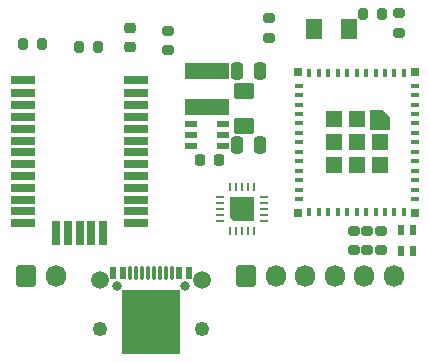
<source format=gbr>
%TF.GenerationSoftware,KiCad,Pcbnew,(6.0.2-0)*%
%TF.CreationDate,2022-02-18T15:30:42+00:00*%
%TF.ProjectId,GPS,4750532e-6b69-4636-9164-5f7063625858,5*%
%TF.SameCoordinates,Original*%
%TF.FileFunction,Soldermask,Top*%
%TF.FilePolarity,Negative*%
%FSLAX46Y46*%
G04 Gerber Fmt 4.6, Leading zero omitted, Abs format (unit mm)*
G04 Created by KiCad (PCBNEW (6.0.2-0)) date 2022-02-18 15:30:42*
%MOMM*%
%LPD*%
G01*
G04 APERTURE LIST*
G04 Aperture macros list*
%AMRoundRect*
0 Rectangle with rounded corners*
0 $1 Rounding radius*
0 $2 $3 $4 $5 $6 $7 $8 $9 X,Y pos of 4 corners*
0 Add a 4 corners polygon primitive as box body*
4,1,4,$2,$3,$4,$5,$6,$7,$8,$9,$2,$3,0*
0 Add four circle primitives for the rounded corners*
1,1,$1+$1,$2,$3*
1,1,$1+$1,$4,$5*
1,1,$1+$1,$6,$7*
1,1,$1+$1,$8,$9*
0 Add four rect primitives between the rounded corners*
20,1,$1+$1,$2,$3,$4,$5,0*
20,1,$1+$1,$4,$5,$6,$7,0*
20,1,$1+$1,$6,$7,$8,$9,0*
20,1,$1+$1,$8,$9,$2,$3,0*%
%AMFreePoly0*
4,1,6,1.000000,-1.000000,-1.000000,-1.000000,-1.000000,0.750000,-0.750000,1.000000,1.000000,1.000000,1.000000,-1.000000,1.000000,-1.000000,$1*%
G04 Aperture macros list end*
%ADD10C,0.010000*%
%ADD11RoundRect,0.200000X-0.275000X0.200000X-0.275000X-0.200000X0.275000X-0.200000X0.275000X0.200000X0*%
%ADD12R,0.600000X1.140000*%
%ADD13RoundRect,0.075000X-0.075000X-0.495000X0.075000X-0.495000X0.075000X0.495000X-0.075000X0.495000X0*%
%ADD14C,0.800000*%
%ADD15R,5.000000X5.490000*%
%ADD16C,1.500000*%
%ADD17C,1.250000*%
%ADD18RoundRect,0.062500X0.062500X-0.287500X0.062500X0.287500X-0.062500X0.287500X-0.062500X-0.287500X0*%
%ADD19RoundRect,0.062500X0.287500X-0.062500X0.287500X0.062500X-0.287500X0.062500X-0.287500X-0.062500X0*%
%ADD20C,0.350000*%
%ADD21FreePoly0,90.000000*%
%ADD22RoundRect,0.200000X0.275000X-0.200000X0.275000X0.200000X-0.275000X0.200000X-0.275000X-0.200000X0*%
%ADD23R,0.500000X0.850000*%
%ADD24RoundRect,0.250001X-0.462499X-0.624999X0.462499X-0.624999X0.462499X0.624999X-0.462499X0.624999X0*%
%ADD25RoundRect,0.225000X0.250000X-0.225000X0.250000X0.225000X-0.250000X0.225000X-0.250000X-0.225000X0*%
%ADD26R,2.150000X0.700000*%
%ADD27R,0.700000X2.150000*%
%ADD28RoundRect,0.250000X-0.600000X-0.675000X0.600000X-0.675000X0.600000X0.675000X-0.600000X0.675000X0*%
%ADD29O,1.700000X1.850000*%
%ADD30R,0.400000X0.800000*%
%ADD31R,0.800000X0.400000*%
%ADD32R,1.450000X1.450000*%
%ADD33R,0.700000X0.700000*%
%ADD34RoundRect,0.200000X-0.200000X-0.275000X0.200000X-0.275000X0.200000X0.275000X-0.200000X0.275000X0*%
%ADD35R,3.700000X1.425000*%
%ADD36R,1.100000X0.600000*%
%ADD37RoundRect,0.249375X0.625625X-0.463125X0.625625X0.463125X-0.625625X0.463125X-0.625625X-0.463125X0*%
%ADD38RoundRect,0.225000X0.225000X0.250000X-0.225000X0.250000X-0.225000X-0.250000X0.225000X-0.250000X0*%
%ADD39RoundRect,0.250000X-0.250000X-0.475000X0.250000X-0.475000X0.250000X0.475000X-0.250000X0.475000X0*%
G04 APERTURE END LIST*
D10*
%TO.C,U1*%
X115581750Y-123225000D02*
X117231750Y-123225000D01*
X117231750Y-123225000D02*
X117231750Y-122175000D01*
X117231750Y-122175000D02*
X116631750Y-121575000D01*
X116631750Y-121575000D02*
X115581750Y-121575000D01*
X115581750Y-121575000D02*
X115581750Y-123225000D01*
G36*
X117231750Y-122175000D02*
G01*
X117231750Y-123225000D01*
X115581750Y-123225000D01*
X115581750Y-121575000D01*
X116631750Y-121575000D01*
X117231750Y-122175000D01*
G37*
X117231750Y-122175000D02*
X117231750Y-123225000D01*
X115581750Y-123225000D01*
X115581750Y-121575000D01*
X116631750Y-121575000D01*
X117231750Y-122175000D01*
%TD*%
D11*
%TO.C,R1*%
X107000000Y-113850000D03*
X107000000Y-115500000D03*
%TD*%
D12*
%TO.C,J3*%
X93850000Y-135440000D03*
X94650000Y-135440000D03*
D13*
X95800000Y-135440000D03*
X96800000Y-135440000D03*
X97300000Y-135440000D03*
X98300000Y-135440000D03*
D12*
X100250000Y-135440000D03*
X99450000Y-135440000D03*
D13*
X98800000Y-135440000D03*
X97800000Y-135440000D03*
X96300000Y-135440000D03*
X95300000Y-135440000D03*
D14*
X94160000Y-136510000D03*
D15*
X97050000Y-139555000D03*
D16*
X92730000Y-136020000D03*
D17*
X92730000Y-140190000D03*
D14*
X99940000Y-136510000D03*
D16*
X101370000Y-136020000D03*
D17*
X101370000Y-140190000D03*
%TD*%
D18*
%TO.C,U3*%
X103750000Y-131900000D03*
X104250000Y-131900000D03*
X104750000Y-131900000D03*
X105250000Y-131900000D03*
X105750000Y-131900000D03*
D19*
X106650000Y-131000000D03*
X106650000Y-130500000D03*
X106650000Y-130000000D03*
X106650000Y-129500000D03*
X106650000Y-129000000D03*
D18*
X105750000Y-128100000D03*
X105250000Y-128100000D03*
X104750000Y-128100000D03*
X104250000Y-128100000D03*
X103750000Y-128100000D03*
D19*
X102850000Y-129000000D03*
X102850000Y-129500000D03*
X102850000Y-130000000D03*
X102850000Y-130500000D03*
X102850000Y-131000000D03*
D20*
X104750000Y-130000000D03*
D21*
X104750000Y-130000000D03*
%TD*%
D11*
%TO.C,R2*%
X98500000Y-114925000D03*
X98500000Y-116575000D03*
%TD*%
D22*
%TO.C,R6*%
X114200000Y-133475000D03*
X114200000Y-131825000D03*
%TD*%
%TO.C,R7*%
X116500000Y-133475000D03*
X116500000Y-131825000D03*
%TD*%
%TO.C,R8*%
X115350000Y-133475000D03*
X115350000Y-131825000D03*
%TD*%
D23*
%TO.C,D2*%
X119250000Y-131775000D03*
X119250000Y-133525000D03*
X118250000Y-133525000D03*
X118250000Y-131775000D03*
%TD*%
D24*
%TO.C,D1*%
X110812500Y-114750000D03*
X113787500Y-114750000D03*
%TD*%
D25*
%TO.C,C1*%
X95250000Y-116250000D03*
X95250000Y-114700000D03*
%TD*%
D26*
%TO.C,U2*%
X95800000Y-131200000D03*
X95800000Y-130200000D03*
X95800000Y-129200000D03*
X95800000Y-128200000D03*
X95800000Y-127200000D03*
X95800000Y-126200000D03*
X95800000Y-125200000D03*
X95800000Y-124200000D03*
X95800000Y-123200000D03*
X95800000Y-122200000D03*
X95800000Y-121200000D03*
X95800000Y-120200000D03*
X95800000Y-119050000D03*
X86200000Y-119050000D03*
X86200000Y-120200000D03*
X86200000Y-121200000D03*
X86200000Y-122200000D03*
X86200000Y-123200000D03*
X86200000Y-124200000D03*
X86200000Y-125200000D03*
X86200000Y-126200000D03*
X86200000Y-127200000D03*
X86200000Y-128200000D03*
X86200000Y-129200000D03*
X86200000Y-130200000D03*
X86200000Y-131200000D03*
D27*
X89000000Y-132000000D03*
X90000000Y-132000000D03*
X91000000Y-132000000D03*
X92000000Y-132000000D03*
X93000000Y-132000000D03*
%TD*%
D28*
%TO.C,J2*%
X105100000Y-135650000D03*
D29*
X107600000Y-135650000D03*
X110100000Y-135650000D03*
X112600000Y-135650000D03*
X115100000Y-135650000D03*
X117600000Y-135650000D03*
%TD*%
D30*
%TO.C,U1*%
X118456750Y-118450000D03*
X117656750Y-118450000D03*
X116856750Y-118450000D03*
X116056750Y-118450000D03*
X115256750Y-118450000D03*
X114456750Y-118450000D03*
X113656750Y-118450000D03*
X112856750Y-118450000D03*
X112056750Y-118450000D03*
X111256750Y-118450000D03*
X110456750Y-118450000D03*
D31*
X109556750Y-119550000D03*
X109556750Y-120350000D03*
X109556750Y-121150000D03*
X109556750Y-121950000D03*
X109556750Y-122750000D03*
X109556750Y-123550000D03*
X109556750Y-124350000D03*
X109556750Y-125150000D03*
X109556750Y-125950000D03*
X109556750Y-126750000D03*
X109556750Y-127550000D03*
X109556750Y-128350000D03*
X109556750Y-129150000D03*
D30*
X110456750Y-130250000D03*
X111256750Y-130250000D03*
X112056750Y-130250000D03*
X112856750Y-130250000D03*
X113656750Y-130250000D03*
X114456750Y-130250000D03*
X115256750Y-130250000D03*
X116056750Y-130250000D03*
X116856750Y-130250000D03*
X117656750Y-130250000D03*
X118456750Y-130250000D03*
D31*
X119356750Y-129150000D03*
X119356750Y-128350000D03*
X119356750Y-127550000D03*
X119356750Y-126750000D03*
X119356750Y-125950000D03*
X119356750Y-125150000D03*
X119356750Y-124350000D03*
X119356750Y-123550000D03*
X119356750Y-122750000D03*
X119356750Y-121950000D03*
X119356750Y-121150000D03*
X119356750Y-120350000D03*
X119356750Y-119550000D03*
D32*
X114456750Y-124350000D03*
D33*
X119406750Y-130300000D03*
X109506750Y-130300000D03*
X109506750Y-118400000D03*
X119406750Y-118400000D03*
D32*
X114456750Y-122400000D03*
X112506750Y-122400000D03*
X112506750Y-124350000D03*
X112506750Y-126300000D03*
X114456750Y-126300000D03*
X116406750Y-126300000D03*
X116406750Y-124350000D03*
%TD*%
D34*
%TO.C,R9*%
X114975000Y-113450000D03*
X116625000Y-113450000D03*
%TD*%
D28*
%TO.C,J1*%
X86500000Y-135650000D03*
D29*
X89000000Y-135650000D03*
%TD*%
D35*
%TO.C,U4*%
X101800000Y-121350000D03*
D36*
X103100000Y-122800000D03*
D37*
X104920000Y-122952500D03*
D38*
X102775000Y-125850000D03*
X101225000Y-125850000D03*
D36*
X100400000Y-122800000D03*
X103100000Y-124700000D03*
X103100000Y-123750000D03*
D39*
X104350000Y-124600000D03*
D36*
X100400000Y-123750000D03*
D37*
X104920000Y-119987500D03*
D39*
X106250000Y-124600000D03*
X106250000Y-118350000D03*
X104350000Y-118350000D03*
D35*
X101800000Y-118350000D03*
D36*
X100400000Y-124700000D03*
%TD*%
D34*
%TO.C,R3*%
X90925000Y-116250000D03*
X92575000Y-116250000D03*
%TD*%
D22*
%TO.C,R5*%
X118000000Y-115075000D03*
X118000000Y-113425000D03*
%TD*%
D34*
%TO.C,R4*%
X86175000Y-116000000D03*
X87825000Y-116000000D03*
%TD*%
M02*

</source>
